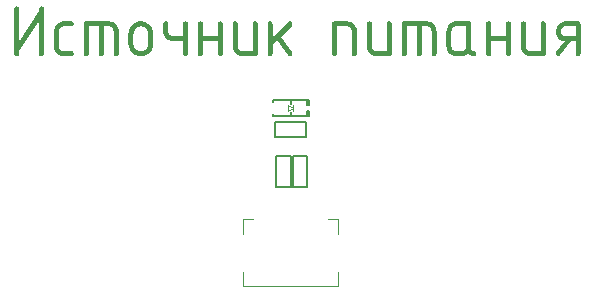
<source format=gto>
G04 Layer_Color=65535*
%FSLAX44Y44*%
%MOMM*%
G71*
G01*
G75*
%ADD21C,0.1000*%
%ADD22C,0.1500*%
%ADD23C,0.2000*%
G36*
X545604Y249368D02*
X545995Y249211D01*
X546307Y248899D01*
X546698Y248586D01*
X546932Y248040D01*
X547010Y247337D01*
Y226248D01*
Y226170D01*
Y225936D01*
X547088Y225546D01*
X547245Y225233D01*
X547557Y224842D01*
X547869Y224452D01*
X548416Y224218D01*
X549119Y224140D01*
X549431D01*
X549822Y224062D01*
X550213Y223905D01*
X550525Y223593D01*
X550915Y223280D01*
X551150Y222734D01*
X551228Y222031D01*
Y221953D01*
Y221718D01*
X551150Y221406D01*
X550994Y221015D01*
X550681Y220625D01*
X550369Y220312D01*
X549822Y220078D01*
X549119Y220000D01*
X548651D01*
X548104Y220156D01*
X547401Y220312D01*
X546620Y220547D01*
X545839Y220937D01*
X545058Y221484D01*
X544277Y222187D01*
X544198Y222109D01*
X543886Y221875D01*
X543339Y221484D01*
X542715Y221094D01*
X541855Y220703D01*
X540918Y220312D01*
X539825Y220078D01*
X538575Y220000D01*
X534201D01*
X533811Y220078D01*
X533108Y220156D01*
X532327Y220312D01*
X531389Y220625D01*
X530374Y221015D01*
X529359Y221640D01*
X528421Y222421D01*
X528343Y222499D01*
X528031Y222890D01*
X527640Y223358D01*
X527250Y224062D01*
X526781Y224921D01*
X526391Y225936D01*
X526078Y227108D01*
X526000Y228357D01*
Y241010D01*
Y241088D01*
Y241166D01*
X526078Y241635D01*
X526156Y242260D01*
X526312Y243041D01*
X526625Y243978D01*
X527015Y244994D01*
X527640Y246009D01*
X528421Y246946D01*
X528499Y247024D01*
X528890Y247337D01*
X529359Y247727D01*
X530061Y248196D01*
X530921Y248665D01*
X531936Y249055D01*
X533108Y249368D01*
X534357Y249446D01*
X545214D01*
X545604Y249368D01*
D02*
G37*
G36*
X510457Y249289D02*
X511238Y249133D01*
X512175Y248821D01*
X513191Y248430D01*
X514206Y247805D01*
X515143Y246946D01*
X515222Y246868D01*
X515534Y246478D01*
X515924Y246009D01*
X516393Y245306D01*
X516862Y244447D01*
X517252Y243431D01*
X517565Y242260D01*
X517643Y241010D01*
Y222031D01*
Y221953D01*
Y221718D01*
X517565Y221406D01*
X517408Y221015D01*
X517096Y220625D01*
X516784Y220312D01*
X516237Y220078D01*
X515534Y220000D01*
X515222D01*
X514831Y220078D01*
X514519Y220234D01*
X514128Y220469D01*
X513738Y220859D01*
X513503Y221328D01*
X513425Y222031D01*
Y241010D01*
Y241088D01*
Y241323D01*
X513347Y241635D01*
X513269Y242026D01*
X513113Y242494D01*
X512878Y243041D01*
X512566Y243510D01*
X512175Y243978D01*
X512097Y244056D01*
X511941Y244213D01*
X511707Y244369D01*
X511316Y244603D01*
X510926Y244837D01*
X510379Y245072D01*
X509832Y245150D01*
X509207Y245228D01*
X504990D01*
Y222031D01*
Y221953D01*
Y221718D01*
X504912Y221406D01*
X504756Y221015D01*
X504443Y220625D01*
X504131Y220312D01*
X503584Y220078D01*
X502881Y220000D01*
X502569D01*
X502178Y220078D01*
X501866Y220234D01*
X501475Y220469D01*
X501085Y220859D01*
X500850Y221328D01*
X500772Y222031D01*
Y245228D01*
X492337D01*
Y222031D01*
Y221953D01*
Y221718D01*
X492259Y221406D01*
X492103Y221015D01*
X491790Y220625D01*
X491478Y220312D01*
X490931Y220078D01*
X490228Y220000D01*
X489916D01*
X489525Y220078D01*
X489213Y220234D01*
X488822Y220469D01*
X488432Y220859D01*
X488197Y221328D01*
X488119Y222031D01*
Y247337D01*
Y247415D01*
Y247649D01*
X488197Y248040D01*
X488353Y248430D01*
X488666Y248743D01*
X488978Y249133D01*
X489525Y249368D01*
X490228Y249446D01*
X509832D01*
X510457Y249289D01*
D02*
G37*
G36*
X364713Y249368D02*
X365104Y249211D01*
X365416Y248899D01*
X365807Y248586D01*
X366041Y248040D01*
X366119Y247337D01*
Y222031D01*
Y221953D01*
Y221718D01*
X366041Y221406D01*
X365885Y221015D01*
X365572Y220625D01*
X365260Y220312D01*
X364713Y220078D01*
X364010Y220000D01*
X353310D01*
X352919Y220078D01*
X352216Y220156D01*
X351435Y220312D01*
X350498Y220625D01*
X349483Y221015D01*
X348467Y221640D01*
X347530Y222421D01*
X347452Y222499D01*
X347140Y222890D01*
X346749Y223358D01*
X346358Y224062D01*
X345890Y224921D01*
X345499Y225936D01*
X345187Y227108D01*
X345109Y228357D01*
Y247337D01*
Y247415D01*
Y247649D01*
X345187Y248040D01*
X345343Y248430D01*
X345656Y248743D01*
X345968Y249133D01*
X346515Y249368D01*
X347218Y249446D01*
X347530D01*
X347921Y249368D01*
X348311Y249211D01*
X348624Y248899D01*
X349014Y248586D01*
X349248Y248040D01*
X349327Y247337D01*
Y228357D01*
Y228279D01*
Y228045D01*
X349405Y227732D01*
X349483Y227342D01*
X349639Y226873D01*
X349795Y226405D01*
X350108Y225858D01*
X350498Y225389D01*
X350576Y225311D01*
X350732Y225233D01*
X350967Y224999D01*
X351357Y224842D01*
X351748Y224608D01*
X352295Y224374D01*
X352841Y224296D01*
X353466Y224218D01*
X361901D01*
Y247337D01*
Y247415D01*
Y247649D01*
X361979Y248040D01*
X362136Y248430D01*
X362448Y248743D01*
X362761Y249133D01*
X363307Y249368D01*
X364010Y249446D01*
X364323D01*
X364713Y249368D01*
D02*
G37*
G36*
X638159D02*
X638549Y249211D01*
X638862Y248899D01*
X639252Y248586D01*
X639487Y248040D01*
X639565Y247337D01*
Y222031D01*
Y221953D01*
Y221718D01*
X639487Y221406D01*
X639330Y221015D01*
X639018Y220625D01*
X638706Y220312D01*
X638159Y220078D01*
X637456Y220000D01*
X637144D01*
X636753Y220078D01*
X636441Y220234D01*
X636050Y220547D01*
X635659Y220859D01*
X635425Y221406D01*
X635347Y222109D01*
Y232653D01*
X631051D01*
X622304Y220859D01*
X622225Y220703D01*
X621835Y220469D01*
X621288Y220156D01*
X620976Y220078D01*
X620585Y220000D01*
X620273D01*
X619960Y220078D01*
X619570Y220234D01*
X619179Y220547D01*
X618867Y220859D01*
X618633Y221406D01*
X618554Y222109D01*
Y222265D01*
X618633Y222499D01*
X618711Y222968D01*
X618867Y223358D01*
X625974Y232653D01*
X625818D01*
X625428Y232731D01*
X624881Y232887D01*
X624100Y233122D01*
X623241Y233512D01*
X622382Y233981D01*
X621522Y234606D01*
X620663Y235387D01*
X620585Y235465D01*
X620351Y235777D01*
X619960Y236324D01*
X619648Y236949D01*
X619257Y237808D01*
X618867Y238745D01*
X618633Y239839D01*
X618554Y241010D01*
Y241088D01*
Y241166D01*
X618633Y241635D01*
X618711Y242260D01*
X618867Y243041D01*
X619179Y243978D01*
X619570Y244994D01*
X620195Y246009D01*
X620976Y246946D01*
X621054Y247024D01*
X621444Y247337D01*
X621913Y247727D01*
X622616Y248196D01*
X623475Y248665D01*
X624490Y249055D01*
X625662Y249368D01*
X626912Y249446D01*
X637768D01*
X638159Y249368D01*
D02*
G37*
G36*
X241229Y249289D02*
X242010Y249133D01*
X242948Y248821D01*
X243963Y248430D01*
X244978Y247805D01*
X245916Y246946D01*
X245994Y246868D01*
X246306Y246478D01*
X246697Y246009D01*
X247165Y245306D01*
X247634Y244447D01*
X248024Y243431D01*
X248337Y242260D01*
X248415Y241010D01*
Y222031D01*
Y221953D01*
Y221718D01*
X248337Y221406D01*
X248181Y221015D01*
X247868Y220625D01*
X247556Y220312D01*
X247009Y220078D01*
X246306Y220000D01*
X245994D01*
X245603Y220078D01*
X245291Y220234D01*
X244900Y220469D01*
X244510Y220859D01*
X244275Y221328D01*
X244197Y222031D01*
Y241010D01*
Y241088D01*
Y241323D01*
X244119Y241635D01*
X244041Y242026D01*
X243885Y242494D01*
X243650Y243041D01*
X243338Y243510D01*
X242948Y243978D01*
X242869Y244056D01*
X242713Y244213D01*
X242479Y244369D01*
X242088Y244603D01*
X241698Y244837D01*
X241151Y245072D01*
X240604Y245150D01*
X239979Y245228D01*
X235762D01*
Y222031D01*
Y221953D01*
Y221718D01*
X235684Y221406D01*
X235527Y221015D01*
X235215Y220625D01*
X234903Y220312D01*
X234356Y220078D01*
X233653Y220000D01*
X233341D01*
X232950Y220078D01*
X232638Y220234D01*
X232247Y220469D01*
X231857Y220859D01*
X231622Y221328D01*
X231544Y222031D01*
Y245228D01*
X223109D01*
Y222031D01*
Y221953D01*
Y221718D01*
X223031Y221406D01*
X222875Y221015D01*
X222562Y220625D01*
X222250Y220312D01*
X221703Y220078D01*
X221000Y220000D01*
X220688D01*
X220297Y220078D01*
X219985Y220234D01*
X219594Y220469D01*
X219204Y220859D01*
X218969Y221328D01*
X218891Y222031D01*
Y247337D01*
Y247415D01*
Y247649D01*
X218969Y248040D01*
X219125Y248430D01*
X219438Y248743D01*
X219750Y249133D01*
X220297Y249368D01*
X221000Y249446D01*
X240604D01*
X241229Y249289D01*
D02*
G37*
G36*
X209050Y249368D02*
X209440Y249211D01*
X209753Y248899D01*
X210143Y248586D01*
X210378Y248040D01*
X210456Y247337D01*
Y247259D01*
Y247024D01*
X210378Y246634D01*
X210222Y246321D01*
X209909Y245931D01*
X209597Y245540D01*
X209050Y245306D01*
X208347Y245228D01*
X201708D01*
X201396Y245150D01*
X201005Y245072D01*
X200536Y244916D01*
X200068Y244681D01*
X199521Y244369D01*
X199053Y243978D01*
X198974Y243900D01*
X198896Y243744D01*
X198662Y243510D01*
X198506Y243119D01*
X198272Y242729D01*
X198037Y242182D01*
X197959Y241635D01*
X197881Y241010D01*
Y228357D01*
Y228279D01*
Y228045D01*
X197959Y227732D01*
X198037Y227342D01*
X198193Y226873D01*
X198350Y226405D01*
X198662Y225858D01*
X199053Y225389D01*
X199131Y225311D01*
X199287Y225233D01*
X199521Y224999D01*
X199912Y224842D01*
X200302Y224608D01*
X200849Y224374D01*
X201396Y224296D01*
X202020Y224218D01*
X208659D01*
X209050Y224140D01*
X209440Y223983D01*
X209753Y223671D01*
X210143Y223358D01*
X210378Y222812D01*
X210456Y222109D01*
Y222031D01*
Y221796D01*
X210378Y221406D01*
X210222Y221094D01*
X209909Y220703D01*
X209597Y220312D01*
X209050Y220078D01*
X208347Y220000D01*
X201864D01*
X201474Y220078D01*
X200771Y220156D01*
X199990Y220312D01*
X199053Y220625D01*
X198037Y221015D01*
X197022Y221640D01*
X196084Y222421D01*
X196006Y222499D01*
X195694Y222890D01*
X195303Y223358D01*
X194913Y224062D01*
X194444Y224921D01*
X194054Y225936D01*
X193741Y227108D01*
X193663Y228357D01*
Y241010D01*
Y241088D01*
Y241166D01*
X193741Y241635D01*
X193820Y242260D01*
X193976Y243041D01*
X194288Y243978D01*
X194679Y244994D01*
X195303Y246009D01*
X196084Y246946D01*
X196163Y247024D01*
X196553Y247337D01*
X197022Y247727D01*
X197725Y248196D01*
X198584Y248665D01*
X199599Y249055D01*
X200771Y249368D01*
X202020Y249446D01*
X208659D01*
X209050Y249368D01*
D02*
G37*
G36*
X443052Y249289D02*
X443834Y249133D01*
X444771Y248821D01*
X445786Y248430D01*
X446802Y247805D01*
X447739Y246946D01*
X447817Y246868D01*
X448129Y246478D01*
X448520Y246009D01*
X448988Y245306D01*
X449457Y244447D01*
X449848Y243431D01*
X450160Y242260D01*
X450238Y241010D01*
Y222031D01*
Y221953D01*
Y221718D01*
X450160Y221406D01*
X450004Y221015D01*
X449692Y220625D01*
X449379Y220312D01*
X448832Y220078D01*
X448129Y220000D01*
X447817D01*
X447426Y220078D01*
X447114Y220234D01*
X446724Y220469D01*
X446333Y220859D01*
X446099Y221328D01*
X446021Y222031D01*
Y241010D01*
Y241088D01*
Y241323D01*
X445942Y241635D01*
X445864Y242026D01*
X445708Y242494D01*
X445474Y243041D01*
X445161Y243510D01*
X444771Y243978D01*
X444693Y244056D01*
X444537Y244213D01*
X444302Y244369D01*
X443990Y244603D01*
X443521Y244837D01*
X443052Y245072D01*
X442428Y245150D01*
X441803Y245228D01*
X433446D01*
Y222031D01*
Y221953D01*
Y221718D01*
X433368Y221406D01*
X433211Y221015D01*
X432899Y220625D01*
X432587Y220312D01*
X432040Y220078D01*
X431337Y220000D01*
X431024D01*
X430634Y220078D01*
X430321Y220234D01*
X429931Y220469D01*
X429540Y220859D01*
X429306Y221328D01*
X429228Y222031D01*
Y247337D01*
Y247415D01*
Y247649D01*
X429306Y248040D01*
X429462Y248430D01*
X429697Y248743D01*
X430087Y249133D01*
X430556Y249368D01*
X431259Y249446D01*
X442428D01*
X443052Y249289D01*
D02*
G37*
G36*
X268019Y249368D02*
X268800Y249289D01*
X269816Y249055D01*
X271065Y248743D01*
X272315Y248196D01*
X273565Y247415D01*
X274736Y246399D01*
X274893Y246243D01*
X275205Y245853D01*
X275674Y245228D01*
X276298Y244291D01*
X276845Y243197D01*
X277314Y241947D01*
X277626Y240542D01*
X277782Y238901D01*
Y230466D01*
Y230388D01*
Y230310D01*
Y230076D01*
X277704Y229763D01*
X277626Y228904D01*
X277392Y227889D01*
X277001Y226717D01*
X276455Y225467D01*
X275674Y224218D01*
X274658Y223046D01*
X274502Y222890D01*
X274111Y222577D01*
X273487Y222109D01*
X272627Y221562D01*
X271534Y220937D01*
X270284Y220469D01*
X268800Y220156D01*
X267238Y220000D01*
X266848D01*
X266535Y220078D01*
X265676Y220156D01*
X264661Y220390D01*
X263489Y220781D01*
X262239Y221250D01*
X260990Y222031D01*
X259818Y223046D01*
X259662Y223202D01*
X259350Y223593D01*
X258881Y224218D01*
X258334Y225155D01*
X257709Y226170D01*
X257241Y227498D01*
X256928Y228904D01*
X256772Y230466D01*
Y238901D01*
Y238979D01*
Y239136D01*
Y239292D01*
X256850Y239604D01*
X256928Y240464D01*
X257163Y241479D01*
X257553Y242651D01*
X258022Y243900D01*
X258803Y245150D01*
X259818Y246321D01*
X259974Y246478D01*
X260365Y246790D01*
X260990Y247337D01*
X261927Y247883D01*
X262942Y248430D01*
X264270Y248977D01*
X265676Y249289D01*
X267238Y249446D01*
X267707D01*
X268019Y249368D01*
D02*
G37*
G36*
X478278D02*
X478668Y249211D01*
X478981Y248899D01*
X479371Y248586D01*
X479606Y248040D01*
X479684Y247337D01*
Y222031D01*
Y221953D01*
Y221718D01*
X479606Y221406D01*
X479450Y221015D01*
X479137Y220625D01*
X478825Y220312D01*
X478278Y220078D01*
X477575Y220000D01*
X466875D01*
X466484Y220078D01*
X465781Y220156D01*
X465000Y220312D01*
X464063Y220625D01*
X463047Y221015D01*
X462032Y221640D01*
X461095Y222421D01*
X461017Y222499D01*
X460704Y222890D01*
X460314Y223358D01*
X459923Y224062D01*
X459455Y224921D01*
X459064Y225936D01*
X458752Y227108D01*
X458674Y228357D01*
Y247337D01*
Y247415D01*
Y247649D01*
X458752Y248040D01*
X458908Y248430D01*
X459220Y248743D01*
X459533Y249133D01*
X460079Y249368D01*
X460782Y249446D01*
X461095D01*
X461485Y249368D01*
X461876Y249211D01*
X462188Y248899D01*
X462579Y248586D01*
X462813Y248040D01*
X462891Y247337D01*
Y228357D01*
Y228279D01*
Y228045D01*
X462969Y227732D01*
X463047Y227342D01*
X463204Y226873D01*
X463360Y226405D01*
X463672Y225858D01*
X464063Y225389D01*
X464141Y225311D01*
X464297Y225233D01*
X464531Y224999D01*
X464922Y224842D01*
X465312Y224608D01*
X465859Y224374D01*
X466406Y224296D01*
X467031Y224218D01*
X475466D01*
Y247337D01*
Y247415D01*
Y247649D01*
X475544Y248040D01*
X475700Y248430D01*
X476013Y248743D01*
X476325Y249133D01*
X476872Y249368D01*
X477575Y249446D01*
X477887D01*
X478278Y249368D01*
D02*
G37*
G36*
X305822D02*
X306213Y249211D01*
X306525Y248899D01*
X306915Y248586D01*
X307150Y248040D01*
X307228Y247337D01*
Y222031D01*
Y221953D01*
Y221718D01*
X307150Y221406D01*
X306994Y221015D01*
X306681Y220625D01*
X306369Y220312D01*
X305822Y220078D01*
X305119Y220000D01*
X304807D01*
X304416Y220078D01*
X304104Y220234D01*
X303713Y220547D01*
X303323Y220859D01*
X303088Y221406D01*
X303010Y222109D01*
Y232653D01*
X294419D01*
X294028Y232731D01*
X293325Y232809D01*
X292544Y232965D01*
X291607Y233200D01*
X290592Y233668D01*
X289576Y234215D01*
X288639Y234996D01*
X288561Y235074D01*
X288248Y235465D01*
X287858Y235933D01*
X287467Y236636D01*
X286999Y237495D01*
X286608Y238511D01*
X286296Y239604D01*
X286218Y240854D01*
Y247337D01*
Y247415D01*
Y247649D01*
X286296Y248040D01*
X286452Y248430D01*
X286764Y248743D01*
X287077Y249133D01*
X287624Y249368D01*
X288326Y249446D01*
X288639D01*
X289030Y249368D01*
X289420Y249211D01*
X289732Y248899D01*
X290123Y248586D01*
X290357Y248040D01*
X290435Y247337D01*
Y241010D01*
Y240932D01*
Y240698D01*
X290513Y240385D01*
X290592Y239995D01*
X290748Y239526D01*
X290904Y239058D01*
X291216Y238511D01*
X291607Y238042D01*
X291685Y237964D01*
X291841Y237886D01*
X292076Y237652D01*
X292466Y237495D01*
X292857Y237261D01*
X293403Y237027D01*
X293950Y236949D01*
X294575Y236871D01*
X303010D01*
Y247337D01*
Y247415D01*
Y247649D01*
X303088Y248040D01*
X303245Y248430D01*
X303557Y248743D01*
X303869Y249133D01*
X304416Y249368D01*
X305119Y249446D01*
X305431D01*
X305822Y249368D01*
D02*
G37*
G36*
X394159D02*
X394549Y249211D01*
X394862Y248899D01*
X395252Y248586D01*
X395487Y248040D01*
X395565Y247337D01*
Y247181D01*
X395487Y246868D01*
X395330Y246321D01*
X394940Y245853D01*
X385723Y236558D01*
X395174Y223280D01*
X395252Y223202D01*
X395409Y222890D01*
X395487Y222499D01*
X395565Y222031D01*
Y221953D01*
Y221718D01*
X395487Y221406D01*
X395330Y221015D01*
X395018Y220625D01*
X394706Y220312D01*
X394159Y220078D01*
X393456Y220000D01*
X393300D01*
X392831Y220078D01*
X392284Y220390D01*
X391972Y220547D01*
X391738Y220859D01*
X382677Y233512D01*
X378772Y229607D01*
Y222031D01*
Y221953D01*
Y221718D01*
X378694Y221406D01*
X378538Y221015D01*
X378225Y220625D01*
X377913Y220312D01*
X377366Y220078D01*
X376663Y220000D01*
X376351D01*
X375960Y220078D01*
X375648Y220234D01*
X375257Y220469D01*
X374867Y220859D01*
X374633Y221328D01*
X374554Y222031D01*
Y247337D01*
Y247415D01*
Y247649D01*
X374633Y248040D01*
X374789Y248430D01*
X375101Y248743D01*
X375414Y249133D01*
X375960Y249368D01*
X376663Y249446D01*
X376976D01*
X377366Y249368D01*
X377757Y249211D01*
X378069Y248899D01*
X378460Y248586D01*
X378694Y248040D01*
X378772Y247337D01*
Y235621D01*
X391972Y248821D01*
X392050Y248899D01*
X392362Y249133D01*
X392831Y249368D01*
X393456Y249446D01*
X393768D01*
X394159Y249368D01*
D02*
G37*
G36*
X579268D02*
X579658Y249211D01*
X579971Y248899D01*
X580361Y248586D01*
X580595Y248040D01*
X580673Y247337D01*
Y222031D01*
Y221953D01*
Y221718D01*
X580595Y221406D01*
X580439Y221015D01*
X580127Y220625D01*
X579814Y220312D01*
X579268Y220078D01*
X578565Y220000D01*
X578252D01*
X577862Y220078D01*
X577549Y220234D01*
X577159Y220547D01*
X576768Y220859D01*
X576534Y221406D01*
X576456Y222109D01*
Y232653D01*
X563881D01*
Y222109D01*
Y222031D01*
Y221796D01*
X563803Y221406D01*
X563647Y221094D01*
X563334Y220703D01*
X563022Y220312D01*
X562475Y220078D01*
X561772Y220000D01*
X561460D01*
X561069Y220078D01*
X560757Y220234D01*
X560366Y220469D01*
X559976Y220859D01*
X559741Y221328D01*
X559663Y222031D01*
Y247337D01*
Y247415D01*
Y247649D01*
X559741Y248040D01*
X559898Y248430D01*
X560210Y248743D01*
X560522Y249133D01*
X561069Y249368D01*
X561772Y249446D01*
X562085D01*
X562475Y249368D01*
X562866Y249211D01*
X563178Y248899D01*
X563568Y248586D01*
X563803Y248040D01*
X563881Y247337D01*
Y236871D01*
X576456D01*
Y247337D01*
Y247415D01*
Y247649D01*
X576534Y248040D01*
X576690Y248430D01*
X577003Y248743D01*
X577315Y249133D01*
X577862Y249368D01*
X578565Y249446D01*
X578877D01*
X579268Y249368D01*
D02*
G37*
G36*
X335268D02*
X335658Y249211D01*
X335971Y248899D01*
X336361Y248586D01*
X336595Y248040D01*
X336674Y247337D01*
Y222031D01*
Y221953D01*
Y221718D01*
X336595Y221406D01*
X336439Y221015D01*
X336127Y220625D01*
X335814Y220312D01*
X335268Y220078D01*
X334565Y220000D01*
X334252D01*
X333862Y220078D01*
X333549Y220234D01*
X333159Y220547D01*
X332768Y220859D01*
X332534Y221406D01*
X332456Y222109D01*
Y232653D01*
X319881D01*
Y222109D01*
Y222031D01*
Y221796D01*
X319803Y221406D01*
X319647Y221094D01*
X319334Y220703D01*
X319022Y220312D01*
X318475Y220078D01*
X317772Y220000D01*
X317460D01*
X317069Y220078D01*
X316757Y220234D01*
X316366Y220469D01*
X315976Y220859D01*
X315741Y221328D01*
X315663Y222031D01*
Y247337D01*
Y247415D01*
Y247649D01*
X315741Y248040D01*
X315898Y248430D01*
X316210Y248743D01*
X316522Y249133D01*
X317069Y249368D01*
X317772Y249446D01*
X318085D01*
X318475Y249368D01*
X318866Y249211D01*
X319178Y248899D01*
X319569Y248586D01*
X319803Y248040D01*
X319881Y247337D01*
Y236871D01*
X332456D01*
Y247337D01*
Y247415D01*
Y247649D01*
X332534Y248040D01*
X332690Y248430D01*
X333003Y248743D01*
X333315Y249133D01*
X333862Y249368D01*
X334565Y249446D01*
X334877D01*
X335268Y249368D01*
D02*
G37*
G36*
X608713D02*
X609104Y249211D01*
X609416Y248899D01*
X609807Y248586D01*
X610041Y248040D01*
X610119Y247337D01*
Y222031D01*
Y221953D01*
Y221718D01*
X610041Y221406D01*
X609885Y221015D01*
X609572Y220625D01*
X609260Y220312D01*
X608713Y220078D01*
X608010Y220000D01*
X597310D01*
X596919Y220078D01*
X596216Y220156D01*
X595435Y220312D01*
X594498Y220625D01*
X593483Y221015D01*
X592467Y221640D01*
X591530Y222421D01*
X591452Y222499D01*
X591140Y222890D01*
X590749Y223358D01*
X590359Y224062D01*
X589890Y224921D01*
X589499Y225936D01*
X589187Y227108D01*
X589109Y228357D01*
Y247337D01*
Y247415D01*
Y247649D01*
X589187Y248040D01*
X589343Y248430D01*
X589656Y248743D01*
X589968Y249133D01*
X590515Y249368D01*
X591218Y249446D01*
X591530D01*
X591921Y249368D01*
X592311Y249211D01*
X592624Y248899D01*
X593014Y248586D01*
X593248Y248040D01*
X593327Y247337D01*
Y228357D01*
Y228279D01*
Y228045D01*
X593405Y227732D01*
X593483Y227342D01*
X593639Y226873D01*
X593795Y226405D01*
X594108Y225858D01*
X594498Y225389D01*
X594576Y225311D01*
X594732Y225233D01*
X594967Y224999D01*
X595357Y224842D01*
X595748Y224608D01*
X596295Y224374D01*
X596841Y224296D01*
X597466Y224218D01*
X605901D01*
Y247337D01*
Y247415D01*
Y247649D01*
X605980Y248040D01*
X606136Y248430D01*
X606448Y248743D01*
X606761Y249133D01*
X607307Y249368D01*
X608010Y249446D01*
X608323D01*
X608713Y249368D01*
D02*
G37*
G36*
X183822Y262020D02*
X184213Y261864D01*
X184525Y261552D01*
X184916Y261239D01*
X185150Y260693D01*
X185228Y259990D01*
Y222031D01*
Y221953D01*
Y221718D01*
X185150Y221406D01*
X184994Y221015D01*
X184681Y220625D01*
X184369Y220312D01*
X183822Y220078D01*
X183119Y220000D01*
X182807D01*
X182416Y220078D01*
X182104Y220234D01*
X181713Y220469D01*
X181323Y220859D01*
X181088Y221328D01*
X181010Y222031D01*
Y250070D01*
X164218Y224140D01*
Y224062D01*
Y223827D01*
Y223437D01*
Y222968D01*
X164140Y222031D01*
Y221718D01*
X164062Y221406D01*
Y221328D01*
X163983Y221172D01*
X163671Y220703D01*
X163437Y220469D01*
X163046Y220234D01*
X162656Y220078D01*
X162109Y220000D01*
X161796D01*
X161406Y220078D01*
X161094Y220234D01*
X160703Y220469D01*
X160312Y220859D01*
X160078Y221328D01*
X160000Y222031D01*
Y259990D01*
Y260068D01*
Y260302D01*
X160078Y260693D01*
X160234Y261083D01*
X160547Y261396D01*
X160859Y261786D01*
X161406Y262020D01*
X162109Y262099D01*
X162421D01*
X162812Y262020D01*
X163202Y261864D01*
X163515Y261552D01*
X163905Y261239D01*
X164140Y260693D01*
X164218Y259990D01*
Y231872D01*
X181010Y257803D01*
Y257881D01*
Y258193D01*
Y258584D01*
Y258974D01*
X181088Y259912D01*
Y260302D01*
X181166Y260615D01*
Y260693D01*
X181245Y260849D01*
X181557Y261396D01*
X181791Y261630D01*
X182104Y261864D01*
X182572Y262020D01*
X183119Y262099D01*
X183431D01*
X183822Y262020D01*
D02*
G37*
%LPC*%
G36*
X542793Y245228D02*
X534045D01*
X533732Y245150D01*
X533342Y245072D01*
X532873Y244916D01*
X532405Y244681D01*
X531858Y244369D01*
X531389Y243978D01*
X531311Y243900D01*
X531233Y243744D01*
X530999Y243510D01*
X530843Y243119D01*
X530608Y242729D01*
X530374Y242182D01*
X530296Y241635D01*
X530218Y241010D01*
Y228357D01*
Y228279D01*
Y228045D01*
X530296Y227732D01*
X530374Y227342D01*
X530530Y226873D01*
X530686Y226405D01*
X530999Y225858D01*
X531389Y225389D01*
X531467Y225311D01*
X531624Y225233D01*
X531858Y224999D01*
X532248Y224842D01*
X532639Y224608D01*
X533186Y224374D01*
X533732Y224296D01*
X534357Y224218D01*
X538887D01*
X539200Y224296D01*
X539590Y224374D01*
X540059Y224530D01*
X540528Y224686D01*
X541074Y224999D01*
X541543Y225389D01*
X541621Y225467D01*
X541777Y225624D01*
X541934Y225858D01*
X542168Y226248D01*
X542402Y226639D01*
X542636Y227186D01*
X542715Y227732D01*
X542793Y228357D01*
Y245228D01*
D02*
G37*
G36*
X635347D02*
X626599D01*
X626287Y245150D01*
X625896Y245072D01*
X625428Y244916D01*
X624959Y244681D01*
X624412Y244369D01*
X623944Y243978D01*
X623866Y243900D01*
X623787Y243744D01*
X623553Y243510D01*
X623397Y243119D01*
X623163Y242729D01*
X622928Y242182D01*
X622850Y241635D01*
X622772Y241010D01*
Y240932D01*
Y240698D01*
X622850Y240385D01*
X622928Y239995D01*
X623085Y239526D01*
X623241Y239058D01*
X623553Y238511D01*
X623944Y238042D01*
X624022Y237964D01*
X624178Y237886D01*
X624412Y237652D01*
X624803Y237495D01*
X625193Y237261D01*
X625740Y237027D01*
X626287Y236949D01*
X626912Y236871D01*
X635347D01*
Y245228D01*
D02*
G37*
G36*
X267238D02*
X266848D01*
X266301Y245150D01*
X265754Y244994D01*
X265051Y244759D01*
X264270Y244447D01*
X263489Y243978D01*
X262786Y243353D01*
X262708Y243275D01*
X262474Y243041D01*
X262239Y242651D01*
X261927Y242104D01*
X261537Y241479D01*
X261302Y240698D01*
X261068Y239839D01*
X260990Y238901D01*
Y230466D01*
Y230388D01*
Y229998D01*
X261068Y229529D01*
X261224Y228904D01*
X261458Y228201D01*
X261771Y227498D01*
X262161Y226717D01*
X262786Y226014D01*
X262864Y225936D01*
X263099Y225702D01*
X263489Y225467D01*
X264036Y225155D01*
X264661Y224764D01*
X265442Y224530D01*
X266301Y224296D01*
X267238Y224218D01*
X267707D01*
X268175Y224296D01*
X268800Y224452D01*
X269425Y224686D01*
X270206Y224999D01*
X270987Y225389D01*
X271690Y226014D01*
X271768Y226092D01*
X272003Y226327D01*
X272315Y226717D01*
X272627Y227264D01*
X272940Y227889D01*
X273252Y228670D01*
X273487Y229529D01*
X273565Y230466D01*
Y238901D01*
Y238979D01*
Y239370D01*
X273487Y239839D01*
X273330Y240464D01*
X273096Y241088D01*
X272784Y241869D01*
X272315Y242651D01*
X271690Y243353D01*
X271612Y243431D01*
X271378Y243666D01*
X270987Y243978D01*
X270441Y244291D01*
X269816Y244603D01*
X269035Y244916D01*
X268175Y245150D01*
X267238Y245228D01*
D02*
G37*
%LPD*%
D21*
X374000Y89000D02*
G03*
X374000Y90000I0J500D01*
G01*
D02*
G03*
X374000Y89000I0J-500D01*
G01*
X392250Y173500D02*
X395750Y176000D01*
X392250Y173500D02*
Y176000D01*
X395750Y173750D02*
Y176000D01*
Y178250D01*
X392250Y176000D02*
Y178500D01*
X395750Y176000D01*
X434000Y69000D02*
Y82400D01*
X426000Y82400D02*
X434000Y82400D01*
X354000Y69000D02*
Y82400D01*
X362000Y82400D01*
X434000Y25000D02*
Y37000D01*
X354000Y25000D02*
X434000D01*
X354000D02*
Y37000D01*
D22*
X394000Y179500D02*
Y183000D01*
Y169000D02*
Y172500D01*
X407970Y178540D02*
X409240D01*
Y183000D01*
X407970D02*
X409240D01*
X407970Y173460D02*
X409240D01*
Y169000D02*
Y173460D01*
X407970Y169000D02*
X409240D01*
X378760Y181080D02*
Y183000D01*
X409000D01*
X407970Y178540D02*
Y183000D01*
Y169000D02*
Y173460D01*
X378760Y169000D02*
X409000D01*
X378760D02*
Y170920D01*
D23*
X381750Y108750D02*
Y135250D01*
X394250Y108750D02*
Y135250D01*
X381750Y108750D02*
X394250D01*
X381750Y135250D02*
X394250D01*
X408250Y108750D02*
Y135250D01*
X395750Y108750D02*
Y135250D01*
X408250D01*
X395750Y108750D02*
X408250D01*
X380750Y151750D02*
X407250D01*
X380750Y164250D02*
X407250D01*
Y151750D02*
Y164250D01*
X380750Y151750D02*
Y164250D01*
M02*

</source>
